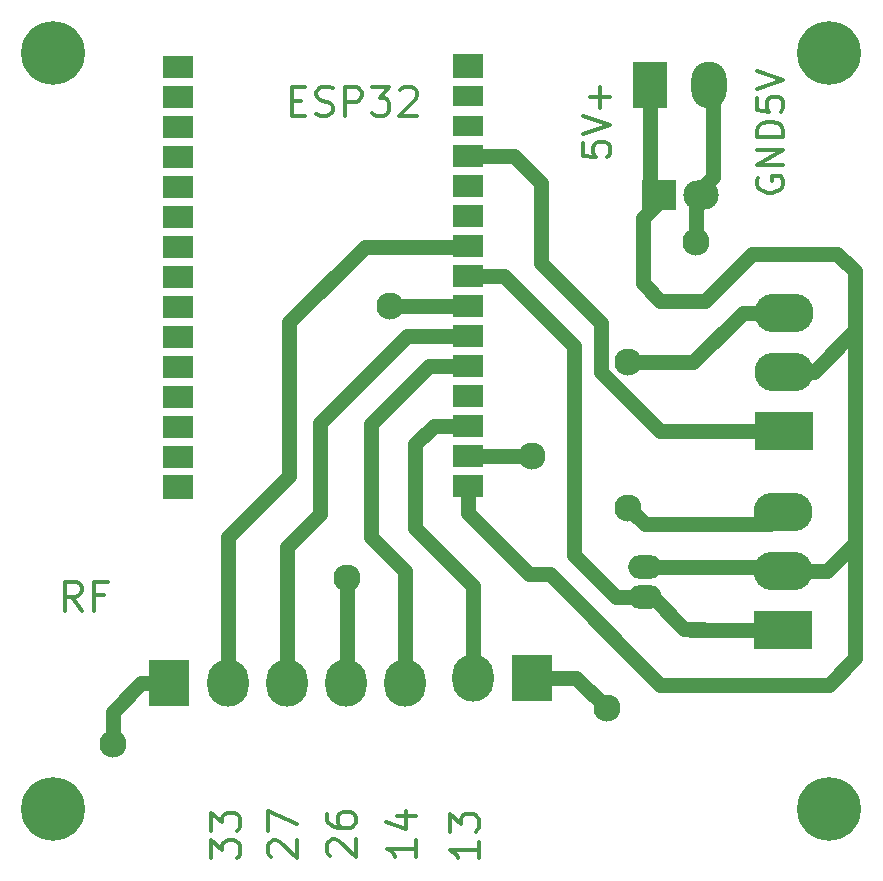
<source format=gbr>
%TF.GenerationSoftware,KiCad,Pcbnew,7.0.3*%
%TF.CreationDate,2023-06-20T17:59:41-05:00*%
%TF.ProjectId,water_tank_module,77617465-725f-4746-916e-6b5f6d6f6475,rev?*%
%TF.SameCoordinates,Original*%
%TF.FileFunction,Copper,L1,Top*%
%TF.FilePolarity,Positive*%
%FSLAX46Y46*%
G04 Gerber Fmt 4.6, Leading zero omitted, Abs format (unit mm)*
G04 Created by KiCad (PCBNEW 7.0.3) date 2023-06-20 17:59:41*
%MOMM*%
%LPD*%
G01*
G04 APERTURE LIST*
%ADD10C,0.300000*%
%TA.AperFunction,NonConductor*%
%ADD11C,0.300000*%
%TD*%
%TA.AperFunction,ComponentPad*%
%ADD12R,5.000000X3.300000*%
%TD*%
%TA.AperFunction,ComponentPad*%
%ADD13O,5.000000X3.300000*%
%TD*%
%TA.AperFunction,ComponentPad*%
%ADD14R,3.500000X4.000000*%
%TD*%
%TA.AperFunction,ComponentPad*%
%ADD15O,3.500000X4.000000*%
%TD*%
%TA.AperFunction,ComponentPad*%
%ADD16C,5.400000*%
%TD*%
%TA.AperFunction,ComponentPad*%
%ADD17R,3.000000X2.500000*%
%TD*%
%TA.AperFunction,ComponentPad*%
%ADD18O,3.000000X2.500000*%
%TD*%
%TA.AperFunction,ComponentPad*%
%ADD19R,2.540000X2.100000*%
%TD*%
%TA.AperFunction,ComponentPad*%
%ADD20R,2.540000X1.740000*%
%TD*%
%TA.AperFunction,ComponentPad*%
%ADD21R,2.540000X1.950000*%
%TD*%
%TA.AperFunction,ComponentPad*%
%ADD22R,3.000000X3.960000*%
%TD*%
%TA.AperFunction,ComponentPad*%
%ADD23O,3.000000X3.960000*%
%TD*%
%TA.AperFunction,ComponentPad*%
%ADD24O,2.850000X2.025000*%
%TD*%
%TA.AperFunction,ComponentPad*%
%ADD25R,2.540000X2.000000*%
%TD*%
%TA.AperFunction,ViaPad*%
%ADD26C,2.300000*%
%TD*%
%TA.AperFunction,Conductor*%
%ADD27C,1.250000*%
%TD*%
G04 APERTURE END LIST*
D10*
D11*
X139956968Y-75034483D02*
X140773635Y-75034483D01*
X141123635Y-76317816D02*
X139956968Y-76317816D01*
X139956968Y-76317816D02*
X139956968Y-73867816D01*
X139956968Y-73867816D02*
X141123635Y-73867816D01*
X142056968Y-76201150D02*
X142406968Y-76317816D01*
X142406968Y-76317816D02*
X142990302Y-76317816D01*
X142990302Y-76317816D02*
X143223635Y-76201150D01*
X143223635Y-76201150D02*
X143340302Y-76084483D01*
X143340302Y-76084483D02*
X143456968Y-75851150D01*
X143456968Y-75851150D02*
X143456968Y-75617816D01*
X143456968Y-75617816D02*
X143340302Y-75384483D01*
X143340302Y-75384483D02*
X143223635Y-75267816D01*
X143223635Y-75267816D02*
X142990302Y-75151150D01*
X142990302Y-75151150D02*
X142523635Y-75034483D01*
X142523635Y-75034483D02*
X142290302Y-74917816D01*
X142290302Y-74917816D02*
X142173635Y-74801150D01*
X142173635Y-74801150D02*
X142056968Y-74567816D01*
X142056968Y-74567816D02*
X142056968Y-74334483D01*
X142056968Y-74334483D02*
X142173635Y-74101150D01*
X142173635Y-74101150D02*
X142290302Y-73984483D01*
X142290302Y-73984483D02*
X142523635Y-73867816D01*
X142523635Y-73867816D02*
X143106968Y-73867816D01*
X143106968Y-73867816D02*
X143456968Y-73984483D01*
X144506968Y-76317816D02*
X144506968Y-73867816D01*
X144506968Y-73867816D02*
X145440301Y-73867816D01*
X145440301Y-73867816D02*
X145673635Y-73984483D01*
X145673635Y-73984483D02*
X145790301Y-74101150D01*
X145790301Y-74101150D02*
X145906968Y-74334483D01*
X145906968Y-74334483D02*
X145906968Y-74684483D01*
X145906968Y-74684483D02*
X145790301Y-74917816D01*
X145790301Y-74917816D02*
X145673635Y-75034483D01*
X145673635Y-75034483D02*
X145440301Y-75151150D01*
X145440301Y-75151150D02*
X144506968Y-75151150D01*
X146723635Y-73867816D02*
X148240301Y-73867816D01*
X148240301Y-73867816D02*
X147423635Y-74801150D01*
X147423635Y-74801150D02*
X147773635Y-74801150D01*
X147773635Y-74801150D02*
X148006968Y-74917816D01*
X148006968Y-74917816D02*
X148123635Y-75034483D01*
X148123635Y-75034483D02*
X148240301Y-75267816D01*
X148240301Y-75267816D02*
X148240301Y-75851150D01*
X148240301Y-75851150D02*
X148123635Y-76084483D01*
X148123635Y-76084483D02*
X148006968Y-76201150D01*
X148006968Y-76201150D02*
X147773635Y-76317816D01*
X147773635Y-76317816D02*
X147073635Y-76317816D01*
X147073635Y-76317816D02*
X146840301Y-76201150D01*
X146840301Y-76201150D02*
X146723635Y-76084483D01*
X149173634Y-74101150D02*
X149290301Y-73984483D01*
X149290301Y-73984483D02*
X149523634Y-73867816D01*
X149523634Y-73867816D02*
X150106968Y-73867816D01*
X150106968Y-73867816D02*
X150340301Y-73984483D01*
X150340301Y-73984483D02*
X150456968Y-74101150D01*
X150456968Y-74101150D02*
X150573634Y-74334483D01*
X150573634Y-74334483D02*
X150573634Y-74567816D01*
X150573634Y-74567816D02*
X150456968Y-74917816D01*
X150456968Y-74917816D02*
X149056968Y-76317816D01*
X149056968Y-76317816D02*
X150573634Y-76317816D01*
D10*
D11*
X143171150Y-138969298D02*
X143054483Y-138852631D01*
X143054483Y-138852631D02*
X142937816Y-138619298D01*
X142937816Y-138619298D02*
X142937816Y-138035965D01*
X142937816Y-138035965D02*
X143054483Y-137802631D01*
X143054483Y-137802631D02*
X143171150Y-137685965D01*
X143171150Y-137685965D02*
X143404483Y-137569298D01*
X143404483Y-137569298D02*
X143637816Y-137569298D01*
X143637816Y-137569298D02*
X143987816Y-137685965D01*
X143987816Y-137685965D02*
X145387816Y-139085965D01*
X145387816Y-139085965D02*
X145387816Y-137569298D01*
X142937816Y-135469298D02*
X142937816Y-135935965D01*
X142937816Y-135935965D02*
X143054483Y-136169298D01*
X143054483Y-136169298D02*
X143171150Y-136285965D01*
X143171150Y-136285965D02*
X143521150Y-136519298D01*
X143521150Y-136519298D02*
X143987816Y-136635965D01*
X143987816Y-136635965D02*
X144921150Y-136635965D01*
X144921150Y-136635965D02*
X145154483Y-136519298D01*
X145154483Y-136519298D02*
X145271150Y-136402632D01*
X145271150Y-136402632D02*
X145387816Y-136169298D01*
X145387816Y-136169298D02*
X145387816Y-135702632D01*
X145387816Y-135702632D02*
X145271150Y-135469298D01*
X145271150Y-135469298D02*
X145154483Y-135352632D01*
X145154483Y-135352632D02*
X144921150Y-135235965D01*
X144921150Y-135235965D02*
X144337816Y-135235965D01*
X144337816Y-135235965D02*
X144104483Y-135352632D01*
X144104483Y-135352632D02*
X143987816Y-135469298D01*
X143987816Y-135469298D02*
X143871150Y-135702632D01*
X143871150Y-135702632D02*
X143871150Y-136169298D01*
X143871150Y-136169298D02*
X143987816Y-136402632D01*
X143987816Y-136402632D02*
X144104483Y-136519298D01*
X144104483Y-136519298D02*
X144337816Y-136635965D01*
D10*
D11*
X122195701Y-118217816D02*
X121379034Y-117051150D01*
X120795701Y-118217816D02*
X120795701Y-115767816D01*
X120795701Y-115767816D02*
X121729034Y-115767816D01*
X121729034Y-115767816D02*
X121962368Y-115884483D01*
X121962368Y-115884483D02*
X122079034Y-116001150D01*
X122079034Y-116001150D02*
X122195701Y-116234483D01*
X122195701Y-116234483D02*
X122195701Y-116584483D01*
X122195701Y-116584483D02*
X122079034Y-116817816D01*
X122079034Y-116817816D02*
X121962368Y-116934483D01*
X121962368Y-116934483D02*
X121729034Y-117051150D01*
X121729034Y-117051150D02*
X120795701Y-117051150D01*
X124062368Y-116934483D02*
X123245701Y-116934483D01*
X123245701Y-118217816D02*
X123245701Y-115767816D01*
X123245701Y-115767816D02*
X124412368Y-115767816D01*
D10*
D11*
X138171150Y-139069298D02*
X138054483Y-138952631D01*
X138054483Y-138952631D02*
X137937816Y-138719298D01*
X137937816Y-138719298D02*
X137937816Y-138135965D01*
X137937816Y-138135965D02*
X138054483Y-137902631D01*
X138054483Y-137902631D02*
X138171150Y-137785965D01*
X138171150Y-137785965D02*
X138404483Y-137669298D01*
X138404483Y-137669298D02*
X138637816Y-137669298D01*
X138637816Y-137669298D02*
X138987816Y-137785965D01*
X138987816Y-137785965D02*
X140387816Y-139185965D01*
X140387816Y-139185965D02*
X140387816Y-137669298D01*
X137937816Y-136852632D02*
X137937816Y-135219298D01*
X137937816Y-135219298D02*
X140387816Y-136269298D01*
D10*
D11*
X133137816Y-139185965D02*
X133137816Y-137669298D01*
X133137816Y-137669298D02*
X134071150Y-138485965D01*
X134071150Y-138485965D02*
X134071150Y-138135965D01*
X134071150Y-138135965D02*
X134187816Y-137902631D01*
X134187816Y-137902631D02*
X134304483Y-137785965D01*
X134304483Y-137785965D02*
X134537816Y-137669298D01*
X134537816Y-137669298D02*
X135121150Y-137669298D01*
X135121150Y-137669298D02*
X135354483Y-137785965D01*
X135354483Y-137785965D02*
X135471150Y-137902631D01*
X135471150Y-137902631D02*
X135587816Y-138135965D01*
X135587816Y-138135965D02*
X135587816Y-138835965D01*
X135587816Y-138835965D02*
X135471150Y-139069298D01*
X135471150Y-139069298D02*
X135354483Y-139185965D01*
X133137816Y-136852632D02*
X133137816Y-135335965D01*
X133137816Y-135335965D02*
X134071150Y-136152632D01*
X134071150Y-136152632D02*
X134071150Y-135802632D01*
X134071150Y-135802632D02*
X134187816Y-135569298D01*
X134187816Y-135569298D02*
X134304483Y-135452632D01*
X134304483Y-135452632D02*
X134537816Y-135335965D01*
X134537816Y-135335965D02*
X135121150Y-135335965D01*
X135121150Y-135335965D02*
X135354483Y-135452632D01*
X135354483Y-135452632D02*
X135471150Y-135569298D01*
X135471150Y-135569298D02*
X135587816Y-135802632D01*
X135587816Y-135802632D02*
X135587816Y-136502632D01*
X135587816Y-136502632D02*
X135471150Y-136735965D01*
X135471150Y-136735965D02*
X135354483Y-136852632D01*
D10*
D11*
X155787816Y-137769298D02*
X155787816Y-139169298D01*
X155787816Y-138469298D02*
X153337816Y-138469298D01*
X153337816Y-138469298D02*
X153687816Y-138702631D01*
X153687816Y-138702631D02*
X153921150Y-138935965D01*
X153921150Y-138935965D02*
X154037816Y-139169298D01*
X153337816Y-136952632D02*
X153337816Y-135435965D01*
X153337816Y-135435965D02*
X154271150Y-136252632D01*
X154271150Y-136252632D02*
X154271150Y-135902632D01*
X154271150Y-135902632D02*
X154387816Y-135669298D01*
X154387816Y-135669298D02*
X154504483Y-135552632D01*
X154504483Y-135552632D02*
X154737816Y-135435965D01*
X154737816Y-135435965D02*
X155321150Y-135435965D01*
X155321150Y-135435965D02*
X155554483Y-135552632D01*
X155554483Y-135552632D02*
X155671150Y-135669298D01*
X155671150Y-135669298D02*
X155787816Y-135902632D01*
X155787816Y-135902632D02*
X155787816Y-136602632D01*
X155787816Y-136602632D02*
X155671150Y-136835965D01*
X155671150Y-136835965D02*
X155554483Y-136952632D01*
D10*
D11*
X179452435Y-81552631D02*
X179345292Y-81766917D01*
X179345292Y-81766917D02*
X179345292Y-82088345D01*
X179345292Y-82088345D02*
X179452435Y-82409774D01*
X179452435Y-82409774D02*
X179666721Y-82624059D01*
X179666721Y-82624059D02*
X179881007Y-82731202D01*
X179881007Y-82731202D02*
X180309578Y-82838345D01*
X180309578Y-82838345D02*
X180631007Y-82838345D01*
X180631007Y-82838345D02*
X181059578Y-82731202D01*
X181059578Y-82731202D02*
X181273864Y-82624059D01*
X181273864Y-82624059D02*
X181488150Y-82409774D01*
X181488150Y-82409774D02*
X181595292Y-82088345D01*
X181595292Y-82088345D02*
X181595292Y-81874059D01*
X181595292Y-81874059D02*
X181488150Y-81552631D01*
X181488150Y-81552631D02*
X181381007Y-81445488D01*
X181381007Y-81445488D02*
X180631007Y-81445488D01*
X180631007Y-81445488D02*
X180631007Y-81874059D01*
X181595292Y-80481202D02*
X179345292Y-80481202D01*
X179345292Y-80481202D02*
X181595292Y-79195488D01*
X181595292Y-79195488D02*
X179345292Y-79195488D01*
X181595292Y-78124059D02*
X179345292Y-78124059D01*
X179345292Y-78124059D02*
X179345292Y-77588345D01*
X179345292Y-77588345D02*
X179452435Y-77266916D01*
X179452435Y-77266916D02*
X179666721Y-77052631D01*
X179666721Y-77052631D02*
X179881007Y-76945488D01*
X179881007Y-76945488D02*
X180309578Y-76838345D01*
X180309578Y-76838345D02*
X180631007Y-76838345D01*
X180631007Y-76838345D02*
X181059578Y-76945488D01*
X181059578Y-76945488D02*
X181273864Y-77052631D01*
X181273864Y-77052631D02*
X181488150Y-77266916D01*
X181488150Y-77266916D02*
X181595292Y-77588345D01*
X181595292Y-77588345D02*
X181595292Y-78124059D01*
X179345292Y-74802631D02*
X179345292Y-75874059D01*
X179345292Y-75874059D02*
X180416721Y-75981202D01*
X180416721Y-75981202D02*
X180309578Y-75874059D01*
X180309578Y-75874059D02*
X180202435Y-75659774D01*
X180202435Y-75659774D02*
X180202435Y-75124059D01*
X180202435Y-75124059D02*
X180309578Y-74909774D01*
X180309578Y-74909774D02*
X180416721Y-74802631D01*
X180416721Y-74802631D02*
X180631007Y-74695488D01*
X180631007Y-74695488D02*
X181166721Y-74695488D01*
X181166721Y-74695488D02*
X181381007Y-74802631D01*
X181381007Y-74802631D02*
X181488150Y-74909774D01*
X181488150Y-74909774D02*
X181595292Y-75124059D01*
X181595292Y-75124059D02*
X181595292Y-75659774D01*
X181595292Y-75659774D02*
X181488150Y-75874059D01*
X181488150Y-75874059D02*
X181381007Y-75981202D01*
X179345292Y-74052631D02*
X181595292Y-73302631D01*
X181595292Y-73302631D02*
X179345292Y-72552631D01*
D10*
D11*
X150487816Y-137669298D02*
X150487816Y-139069298D01*
X150487816Y-138369298D02*
X148037816Y-138369298D01*
X148037816Y-138369298D02*
X148387816Y-138602631D01*
X148387816Y-138602631D02*
X148621150Y-138835965D01*
X148621150Y-138835965D02*
X148737816Y-139069298D01*
X148854483Y-135569298D02*
X150487816Y-135569298D01*
X147921150Y-136152632D02*
X149671150Y-136735965D01*
X149671150Y-136735965D02*
X149671150Y-135219298D01*
D10*
D11*
X164645292Y-78624060D02*
X164645292Y-79695488D01*
X164645292Y-79695488D02*
X165716721Y-79802631D01*
X165716721Y-79802631D02*
X165609578Y-79695488D01*
X165609578Y-79695488D02*
X165502435Y-79481203D01*
X165502435Y-79481203D02*
X165502435Y-78945488D01*
X165502435Y-78945488D02*
X165609578Y-78731203D01*
X165609578Y-78731203D02*
X165716721Y-78624060D01*
X165716721Y-78624060D02*
X165931007Y-78516917D01*
X165931007Y-78516917D02*
X166466721Y-78516917D01*
X166466721Y-78516917D02*
X166681007Y-78624060D01*
X166681007Y-78624060D02*
X166788150Y-78731203D01*
X166788150Y-78731203D02*
X166895292Y-78945488D01*
X166895292Y-78945488D02*
X166895292Y-79481203D01*
X166895292Y-79481203D02*
X166788150Y-79695488D01*
X166788150Y-79695488D02*
X166681007Y-79802631D01*
X164645292Y-77874060D02*
X166895292Y-77124060D01*
X166895292Y-77124060D02*
X164645292Y-76374060D01*
X166038150Y-75624060D02*
X166038150Y-73909775D01*
X166895292Y-74766917D02*
X165181007Y-74766917D01*
D12*
%TO.P,J4,1,Pin_1*%
%TO.N,D34*%
X181670000Y-103000000D03*
D13*
%TO.P,J4,2,Pin_2*%
%TO.N,5v*%
X181670000Y-98000000D03*
%TO.P,J4,3,Pin_3*%
%TO.N,GND5V*%
X181670000Y-93000000D03*
%TD*%
D12*
%TO.P,J2,1,Pin_1*%
%TO.N,D25*%
X181527500Y-119857500D03*
D13*
%TO.P,J2,2,Pin_2*%
%TO.N,5v*%
X181527500Y-114857500D03*
%TO.P,J2,3,Pin_3*%
%TO.N,GND5V*%
X181527500Y-109857500D03*
%TD*%
D14*
%TO.P,J3,1,Pin_1*%
%TO.N,GND5V*%
X129562500Y-124357500D03*
D15*
%TO.P,J3,2,Pin_2*%
%TO.N,D33*%
X134562500Y-124357500D03*
%TO.P,J3,3,Pin_3*%
%TO.N,D27*%
X139562500Y-124357500D03*
%TO.P,J3,4,Pin_4*%
%TO.N,D26*%
X144562500Y-124357500D03*
%TO.P,J3,5,Pin_5*%
%TO.N,D14*%
X149562500Y-124357500D03*
%TD*%
D16*
%TO.P,H2,1*%
%TO.N,N/C*%
X185420000Y-135000000D03*
%TD*%
D17*
%TO.P,C1,1*%
%TO.N,5v*%
X171070887Y-82999113D03*
D18*
%TO.P,C1,2*%
%TO.N,GND5V*%
X174620887Y-82999113D03*
%TD*%
D16*
%TO.P,H3,1*%
%TO.N,N/C*%
X119750000Y-71000000D03*
%TD*%
D19*
%TO.P,J_esp0,1,Pin_1*%
%TO.N,EN*%
X154875000Y-72105000D03*
D20*
%TO.P,J_esp0,2,Pin_2*%
%TO.N,VP*%
X154875000Y-74645000D03*
%TO.P,J_esp0,3,Pin_3*%
%TO.N,VN*%
X154875000Y-77185000D03*
D21*
%TO.P,J_esp0,4,Pin_4*%
%TO.N,D34*%
X154875000Y-79725000D03*
%TO.P,J_esp0,5,Pin_5*%
%TO.N,D35*%
X154875000Y-82265000D03*
%TO.P,J_esp0,6,Pin_6*%
%TO.N,D32*%
X154875000Y-84805000D03*
%TO.P,J_esp0,7,Pin_7*%
%TO.N,D33*%
X154875000Y-87345000D03*
%TO.P,J_esp0,8,Pin_8*%
%TO.N,D25*%
X154875000Y-89885000D03*
%TO.P,J_esp0,9,Pin_9*%
%TO.N,D26*%
X154875000Y-92425000D03*
%TO.P,J_esp0,10,Pin_10*%
%TO.N,D27*%
X154875000Y-94965000D03*
%TO.P,J_esp0,11,Pin_11*%
%TO.N,D14*%
X154875000Y-97505000D03*
%TO.P,J_esp0,12,Pin_12*%
%TO.N,D12*%
X154875000Y-100045000D03*
%TO.P,J_esp0,13,Pin_13*%
%TO.N,D13*%
X154875000Y-102585000D03*
%TO.P,J_esp0,14,Pin_14*%
%TO.N,GND5V*%
X154875000Y-105125000D03*
%TO.P,J_esp0,15,Pin_15*%
%TO.N,5v*%
X154875000Y-107665000D03*
%TD*%
D22*
%TO.P,5V1,1,Pin_1*%
%TO.N,5v*%
X170298200Y-73688063D03*
D23*
%TO.P,5V1,2,Pin_2*%
%TO.N,GND5V*%
X175298200Y-73688063D03*
%TD*%
D16*
%TO.P,H4,1*%
%TO.N,N/C*%
X185420000Y-71000000D03*
%TD*%
%TO.P,H1,1*%
%TO.N,N/C*%
X119750000Y-135000000D03*
%TD*%
D14*
%TO.P,J1,1,Pin_1*%
%TO.N,GND5V*%
X160277500Y-123892500D03*
D15*
%TO.P,J1,2,Pin_2*%
%TO.N,D13*%
X155277500Y-123892500D03*
%TD*%
D24*
%TO.P,R11,1*%
%TO.N,5v*%
X169870000Y-114554750D03*
%TO.P,R11,2*%
%TO.N,D25*%
X169870000Y-117094750D03*
%TD*%
D25*
%TO.P,J_esp1,1,Pin_1*%
%TO.N,3V3*%
X130334500Y-107744000D03*
D21*
%TO.P,J_esp1,2,Pin_2*%
%TO.N,GND2*%
X130334500Y-105204000D03*
%TO.P,J_esp1,3,Pin_3*%
%TO.N,D15*%
X130334500Y-102664000D03*
%TO.P,J_esp1,4,Pin_4*%
%TO.N,D2*%
X130334500Y-100124000D03*
%TO.P,J_esp1,5,Pin_5*%
%TO.N,D4*%
X130334500Y-97584000D03*
%TO.P,J_esp1,6,Pin_6*%
%TO.N,RX2*%
X130334500Y-95044000D03*
%TO.P,J_esp1,7,Pin_7*%
%TO.N,TX2*%
X130334500Y-92504000D03*
%TO.P,J_esp1,8,Pin_8*%
%TO.N,D5*%
X130334500Y-89964000D03*
%TO.P,J_esp1,9,Pin_9*%
%TO.N,D18*%
X130334500Y-87424000D03*
%TO.P,J_esp1,10,Pin_10*%
%TO.N,D19*%
X130334500Y-84884000D03*
%TO.P,J_esp1,11,Pin_11*%
%TO.N,D21*%
X130334500Y-82344000D03*
%TO.P,J_esp1,12,Pin_12*%
%TO.N,RX0*%
X130334500Y-79804000D03*
%TO.P,J_esp1,13,Pin_13*%
%TO.N,TX0*%
X130334500Y-77264000D03*
%TO.P,J_esp1,14,Pin_14*%
%TO.N,D22*%
X130334500Y-74724000D03*
%TO.P,J_esp1,15,Pin_15*%
%TO.N,D23*%
X130334500Y-72184000D03*
%TD*%
D26*
%TO.N,D26*%
X148295000Y-92425000D03*
X144670000Y-115500000D03*
%TO.N,GND5V*%
X168470000Y-97200000D03*
X174170887Y-87000887D03*
X160314000Y-105125000D03*
X168470000Y-109519000D03*
X124830000Y-129540000D03*
X166670000Y-126500000D03*
%TD*%
D27*
%TO.N,D34*%
X154875000Y-79725000D02*
X158795000Y-79725000D01*
X171170000Y-103000000D02*
X181670000Y-103000000D01*
X161070000Y-82000000D02*
X161070000Y-88800000D01*
X161070000Y-88800000D02*
X166170000Y-93900000D01*
X166170000Y-93900000D02*
X166170000Y-98000000D01*
X158795000Y-79725000D02*
X161070000Y-82000000D01*
X166170000Y-98000000D02*
X171170000Y-103000000D01*
%TO.N,D33*%
X150865200Y-87421200D02*
X154798800Y-87421200D01*
X139770000Y-106800000D02*
X139770000Y-93800000D01*
X139770000Y-93800000D02*
X146170000Y-87400000D01*
X146170000Y-87400000D02*
X150870000Y-87400000D01*
X134562500Y-112007500D02*
X139770000Y-106800000D01*
X154798800Y-87421200D02*
X154875000Y-87345000D01*
X134562500Y-112007500D02*
X134562500Y-124357500D01*
%TO.N,D25*%
X169870000Y-117094750D02*
X170514750Y-117094750D01*
X170514750Y-117094750D02*
X173220000Y-119800000D01*
X157955000Y-89885000D02*
X154875000Y-89885000D01*
X167464750Y-117094750D02*
X163870000Y-113500000D01*
X173777500Y-119857500D02*
X181527500Y-119857500D01*
X163870000Y-113500000D02*
X163870000Y-95800000D01*
X169870000Y-117094750D02*
X167464750Y-117094750D01*
X173220000Y-119800000D02*
X174770000Y-119800000D01*
X163870000Y-95800000D02*
X157955000Y-89885000D01*
%TO.N,D26*%
X144670000Y-115500000D02*
X144670000Y-124250000D01*
X148295000Y-92425000D02*
X154875000Y-92425000D01*
X144670000Y-124250000D02*
X144562500Y-124357500D01*
%TO.N,D27*%
X142370000Y-102300000D02*
X149705000Y-94965000D01*
X139562500Y-112807500D02*
X142370000Y-110000000D01*
X142370000Y-110000000D02*
X142370000Y-102300000D01*
X139562500Y-112807500D02*
X139562500Y-124357500D01*
X149705000Y-94965000D02*
X154875000Y-94965000D01*
%TO.N,D14*%
X146670000Y-102400000D02*
X146670000Y-112000000D01*
X154875000Y-97505000D02*
X151565000Y-97505000D01*
X149562500Y-114892500D02*
X149562500Y-124357500D01*
X146670000Y-112000000D02*
X149562500Y-114892500D01*
X151565000Y-97505000D02*
X146670000Y-102400000D01*
%TO.N,D13*%
X150420000Y-111250000D02*
X150420000Y-104150000D01*
X150420000Y-104150000D02*
X151985000Y-102585000D01*
X155277500Y-116107500D02*
X155277500Y-123892500D01*
X155277500Y-116107500D02*
X150420000Y-111250000D01*
X151985000Y-102585000D02*
X154875000Y-102585000D01*
%TO.N,D19*%
X130332500Y-84886000D02*
X130334500Y-84884000D01*
%TO.N,5v*%
X187670000Y-112500000D02*
X185312500Y-114857500D01*
X181224750Y-114554750D02*
X181527500Y-114857500D01*
X187670000Y-122250000D02*
X185420000Y-124500000D01*
X161828000Y-115158000D02*
X160078000Y-115158000D01*
X181670000Y-98000000D02*
X184170000Y-98000000D01*
X171170000Y-92000000D02*
X174920000Y-92000000D01*
X171170000Y-124500000D02*
X161828000Y-115158000D01*
X171670887Y-82999113D02*
X169670000Y-85000000D01*
X178920000Y-88000000D02*
X186170000Y-88000000D01*
X187670000Y-112500000D02*
X187670000Y-122250000D01*
X187670000Y-89500000D02*
X187670000Y-94500000D01*
X170289000Y-81682113D02*
X170289000Y-73697263D01*
X171670000Y-124500000D02*
X171170000Y-124500000D01*
X169870000Y-114554750D02*
X181224750Y-114554750D01*
X160078000Y-115158000D02*
X154875000Y-109955000D01*
X185420000Y-124500000D02*
X171670000Y-124500000D01*
X186170000Y-88000000D02*
X187670000Y-89500000D01*
X185312500Y-114857500D02*
X181527500Y-114857500D01*
X169670000Y-90500000D02*
X171170000Y-92000000D01*
X154875000Y-109955000D02*
X154875000Y-107665000D01*
X169670000Y-85000000D02*
X169670000Y-90500000D01*
X154670000Y-107870000D02*
X154875000Y-107665000D01*
X181219750Y-114549750D02*
X181527500Y-114857500D01*
X184170000Y-98000000D02*
X187670000Y-94500000D01*
X174920000Y-92000000D02*
X178920000Y-88000000D01*
X187670000Y-94500000D02*
X187670000Y-112500000D01*
%TO.N,GND5V*%
X175670000Y-81500000D02*
X174170887Y-82999113D01*
X168470000Y-97200000D02*
X173970000Y-97200000D01*
X173970000Y-97200000D02*
X178170000Y-93000000D01*
X164062500Y-123892500D02*
X166670000Y-126500000D01*
X175670000Y-81500000D02*
X175670000Y-74059863D01*
X180494000Y-110891000D02*
X181527500Y-109857500D01*
X160314000Y-105125000D02*
X154875000Y-105125000D01*
X124830000Y-129540000D02*
X124830000Y-126775000D01*
X168470000Y-109519000D02*
X169842000Y-110891000D01*
X127247500Y-124357500D02*
X129562500Y-124357500D01*
X174170887Y-87000887D02*
X174170887Y-82999113D01*
X178170000Y-93000000D02*
X181670000Y-93000000D01*
X169842000Y-110891000D02*
X180494000Y-110891000D01*
X160277500Y-123892500D02*
X164062500Y-123892500D01*
X124830000Y-126775000D02*
X127247500Y-124357500D01*
%TD*%
M02*

</source>
